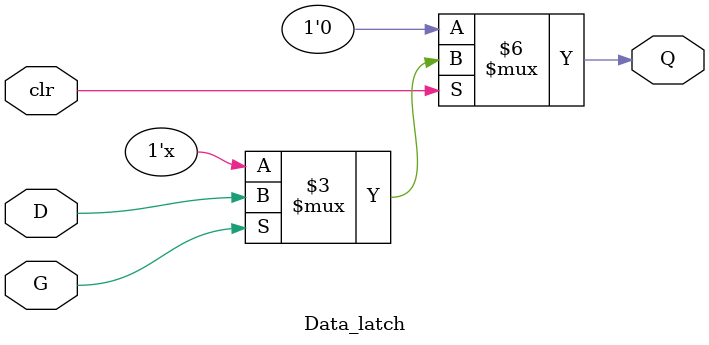
<source format=v>


module Data_latch(D,G,clr,Q);
    input D,G,clr;
    output reg Q;

    always @(*) begin
      if(~clr)
         Q <= 0;
      else begin
        if(G)
            Q <= D;
      end  
    end
endmodule
</source>
